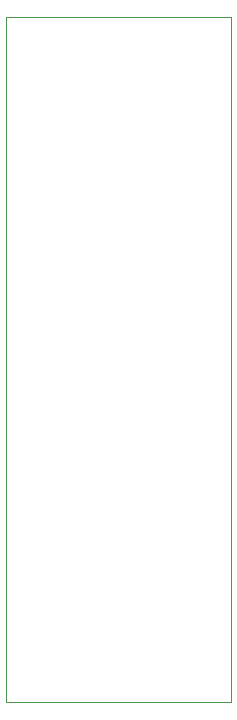
<source format=gbr>
%TF.GenerationSoftware,KiCad,Pcbnew,(5.1.6-0-10_14)*%
%TF.CreationDate,2021-01-01T01:40:26+01:00*%
%TF.ProjectId,flash,666c6173-682e-46b6-9963-61645f706362,rev?*%
%TF.SameCoordinates,Original*%
%TF.FileFunction,Profile,NP*%
%FSLAX46Y46*%
G04 Gerber Fmt 4.6, Leading zero omitted, Abs format (unit mm)*
G04 Created by KiCad (PCBNEW (5.1.6-0-10_14)) date 2021-01-01 01:40:26*
%MOMM*%
%LPD*%
G01*
G04 APERTURE LIST*
%TA.AperFunction,Profile*%
%ADD10C,0.100000*%
%TD*%
G04 APERTURE END LIST*
D10*
X31000000Y-12000000D02*
X12000000Y-12000000D01*
X31000000Y-70000000D02*
X31000000Y-12000000D01*
X12000000Y-70000000D02*
X31000000Y-70000000D01*
X12000000Y-69000000D02*
X12000000Y-70000000D01*
X12000000Y-12000000D02*
X12000000Y-69000000D01*
M02*

</source>
